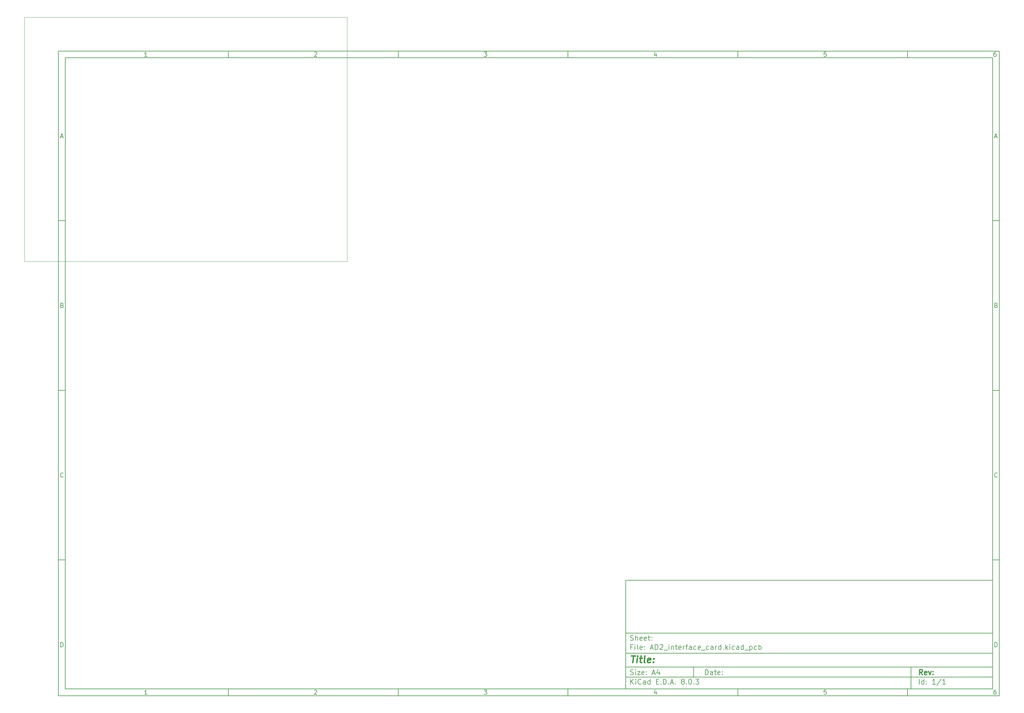
<source format=gbr>
%TF.GenerationSoftware,KiCad,Pcbnew,8.0.3*%
%TF.CreationDate,2024-12-12T12:19:01+09:00*%
%TF.ProjectId,AD2_interface_card,4144325f-696e-4746-9572-666163655f63,rev?*%
%TF.SameCoordinates,Original*%
%TF.FileFunction,Profile,NP*%
%FSLAX46Y46*%
G04 Gerber Fmt 4.6, Leading zero omitted, Abs format (unit mm)*
G04 Created by KiCad (PCBNEW 8.0.3) date 2024-12-12 12:19:01*
%MOMM*%
%LPD*%
G01*
G04 APERTURE LIST*
%ADD10C,0.100000*%
%ADD11C,0.150000*%
%ADD12C,0.300000*%
%ADD13C,0.400000*%
%TA.AperFunction,Profile*%
%ADD14C,0.100000*%
%TD*%
G04 APERTURE END LIST*
D10*
D11*
X177002200Y-166007200D02*
X285002200Y-166007200D01*
X285002200Y-198007200D01*
X177002200Y-198007200D01*
X177002200Y-166007200D01*
D10*
D11*
X10000000Y-10000000D02*
X287002200Y-10000000D01*
X287002200Y-200007200D01*
X10000000Y-200007200D01*
X10000000Y-10000000D01*
D10*
D11*
X12000000Y-12000000D02*
X285002200Y-12000000D01*
X285002200Y-198007200D01*
X12000000Y-198007200D01*
X12000000Y-12000000D01*
D10*
D11*
X60000000Y-12000000D02*
X60000000Y-10000000D01*
D10*
D11*
X110000000Y-12000000D02*
X110000000Y-10000000D01*
D10*
D11*
X160000000Y-12000000D02*
X160000000Y-10000000D01*
D10*
D11*
X210000000Y-12000000D02*
X210000000Y-10000000D01*
D10*
D11*
X260000000Y-12000000D02*
X260000000Y-10000000D01*
D10*
D11*
X36089160Y-11593604D02*
X35346303Y-11593604D01*
X35717731Y-11593604D02*
X35717731Y-10293604D01*
X35717731Y-10293604D02*
X35593922Y-10479319D01*
X35593922Y-10479319D02*
X35470112Y-10603128D01*
X35470112Y-10603128D02*
X35346303Y-10665033D01*
D10*
D11*
X85346303Y-10417414D02*
X85408207Y-10355509D01*
X85408207Y-10355509D02*
X85532017Y-10293604D01*
X85532017Y-10293604D02*
X85841541Y-10293604D01*
X85841541Y-10293604D02*
X85965350Y-10355509D01*
X85965350Y-10355509D02*
X86027255Y-10417414D01*
X86027255Y-10417414D02*
X86089160Y-10541223D01*
X86089160Y-10541223D02*
X86089160Y-10665033D01*
X86089160Y-10665033D02*
X86027255Y-10850747D01*
X86027255Y-10850747D02*
X85284398Y-11593604D01*
X85284398Y-11593604D02*
X86089160Y-11593604D01*
D10*
D11*
X135284398Y-10293604D02*
X136089160Y-10293604D01*
X136089160Y-10293604D02*
X135655826Y-10788842D01*
X135655826Y-10788842D02*
X135841541Y-10788842D01*
X135841541Y-10788842D02*
X135965350Y-10850747D01*
X135965350Y-10850747D02*
X136027255Y-10912652D01*
X136027255Y-10912652D02*
X136089160Y-11036461D01*
X136089160Y-11036461D02*
X136089160Y-11345985D01*
X136089160Y-11345985D02*
X136027255Y-11469795D01*
X136027255Y-11469795D02*
X135965350Y-11531700D01*
X135965350Y-11531700D02*
X135841541Y-11593604D01*
X135841541Y-11593604D02*
X135470112Y-11593604D01*
X135470112Y-11593604D02*
X135346303Y-11531700D01*
X135346303Y-11531700D02*
X135284398Y-11469795D01*
D10*
D11*
X185965350Y-10726938D02*
X185965350Y-11593604D01*
X185655826Y-10231700D02*
X185346303Y-11160271D01*
X185346303Y-11160271D02*
X186151064Y-11160271D01*
D10*
D11*
X236027255Y-10293604D02*
X235408207Y-10293604D01*
X235408207Y-10293604D02*
X235346303Y-10912652D01*
X235346303Y-10912652D02*
X235408207Y-10850747D01*
X235408207Y-10850747D02*
X235532017Y-10788842D01*
X235532017Y-10788842D02*
X235841541Y-10788842D01*
X235841541Y-10788842D02*
X235965350Y-10850747D01*
X235965350Y-10850747D02*
X236027255Y-10912652D01*
X236027255Y-10912652D02*
X236089160Y-11036461D01*
X236089160Y-11036461D02*
X236089160Y-11345985D01*
X236089160Y-11345985D02*
X236027255Y-11469795D01*
X236027255Y-11469795D02*
X235965350Y-11531700D01*
X235965350Y-11531700D02*
X235841541Y-11593604D01*
X235841541Y-11593604D02*
X235532017Y-11593604D01*
X235532017Y-11593604D02*
X235408207Y-11531700D01*
X235408207Y-11531700D02*
X235346303Y-11469795D01*
D10*
D11*
X285965350Y-10293604D02*
X285717731Y-10293604D01*
X285717731Y-10293604D02*
X285593922Y-10355509D01*
X285593922Y-10355509D02*
X285532017Y-10417414D01*
X285532017Y-10417414D02*
X285408207Y-10603128D01*
X285408207Y-10603128D02*
X285346303Y-10850747D01*
X285346303Y-10850747D02*
X285346303Y-11345985D01*
X285346303Y-11345985D02*
X285408207Y-11469795D01*
X285408207Y-11469795D02*
X285470112Y-11531700D01*
X285470112Y-11531700D02*
X285593922Y-11593604D01*
X285593922Y-11593604D02*
X285841541Y-11593604D01*
X285841541Y-11593604D02*
X285965350Y-11531700D01*
X285965350Y-11531700D02*
X286027255Y-11469795D01*
X286027255Y-11469795D02*
X286089160Y-11345985D01*
X286089160Y-11345985D02*
X286089160Y-11036461D01*
X286089160Y-11036461D02*
X286027255Y-10912652D01*
X286027255Y-10912652D02*
X285965350Y-10850747D01*
X285965350Y-10850747D02*
X285841541Y-10788842D01*
X285841541Y-10788842D02*
X285593922Y-10788842D01*
X285593922Y-10788842D02*
X285470112Y-10850747D01*
X285470112Y-10850747D02*
X285408207Y-10912652D01*
X285408207Y-10912652D02*
X285346303Y-11036461D01*
D10*
D11*
X60000000Y-198007200D02*
X60000000Y-200007200D01*
D10*
D11*
X110000000Y-198007200D02*
X110000000Y-200007200D01*
D10*
D11*
X160000000Y-198007200D02*
X160000000Y-200007200D01*
D10*
D11*
X210000000Y-198007200D02*
X210000000Y-200007200D01*
D10*
D11*
X260000000Y-198007200D02*
X260000000Y-200007200D01*
D10*
D11*
X36089160Y-199600804D02*
X35346303Y-199600804D01*
X35717731Y-199600804D02*
X35717731Y-198300804D01*
X35717731Y-198300804D02*
X35593922Y-198486519D01*
X35593922Y-198486519D02*
X35470112Y-198610328D01*
X35470112Y-198610328D02*
X35346303Y-198672233D01*
D10*
D11*
X85346303Y-198424614D02*
X85408207Y-198362709D01*
X85408207Y-198362709D02*
X85532017Y-198300804D01*
X85532017Y-198300804D02*
X85841541Y-198300804D01*
X85841541Y-198300804D02*
X85965350Y-198362709D01*
X85965350Y-198362709D02*
X86027255Y-198424614D01*
X86027255Y-198424614D02*
X86089160Y-198548423D01*
X86089160Y-198548423D02*
X86089160Y-198672233D01*
X86089160Y-198672233D02*
X86027255Y-198857947D01*
X86027255Y-198857947D02*
X85284398Y-199600804D01*
X85284398Y-199600804D02*
X86089160Y-199600804D01*
D10*
D11*
X135284398Y-198300804D02*
X136089160Y-198300804D01*
X136089160Y-198300804D02*
X135655826Y-198796042D01*
X135655826Y-198796042D02*
X135841541Y-198796042D01*
X135841541Y-198796042D02*
X135965350Y-198857947D01*
X135965350Y-198857947D02*
X136027255Y-198919852D01*
X136027255Y-198919852D02*
X136089160Y-199043661D01*
X136089160Y-199043661D02*
X136089160Y-199353185D01*
X136089160Y-199353185D02*
X136027255Y-199476995D01*
X136027255Y-199476995D02*
X135965350Y-199538900D01*
X135965350Y-199538900D02*
X135841541Y-199600804D01*
X135841541Y-199600804D02*
X135470112Y-199600804D01*
X135470112Y-199600804D02*
X135346303Y-199538900D01*
X135346303Y-199538900D02*
X135284398Y-199476995D01*
D10*
D11*
X185965350Y-198734138D02*
X185965350Y-199600804D01*
X185655826Y-198238900D02*
X185346303Y-199167471D01*
X185346303Y-199167471D02*
X186151064Y-199167471D01*
D10*
D11*
X236027255Y-198300804D02*
X235408207Y-198300804D01*
X235408207Y-198300804D02*
X235346303Y-198919852D01*
X235346303Y-198919852D02*
X235408207Y-198857947D01*
X235408207Y-198857947D02*
X235532017Y-198796042D01*
X235532017Y-198796042D02*
X235841541Y-198796042D01*
X235841541Y-198796042D02*
X235965350Y-198857947D01*
X235965350Y-198857947D02*
X236027255Y-198919852D01*
X236027255Y-198919852D02*
X236089160Y-199043661D01*
X236089160Y-199043661D02*
X236089160Y-199353185D01*
X236089160Y-199353185D02*
X236027255Y-199476995D01*
X236027255Y-199476995D02*
X235965350Y-199538900D01*
X235965350Y-199538900D02*
X235841541Y-199600804D01*
X235841541Y-199600804D02*
X235532017Y-199600804D01*
X235532017Y-199600804D02*
X235408207Y-199538900D01*
X235408207Y-199538900D02*
X235346303Y-199476995D01*
D10*
D11*
X285965350Y-198300804D02*
X285717731Y-198300804D01*
X285717731Y-198300804D02*
X285593922Y-198362709D01*
X285593922Y-198362709D02*
X285532017Y-198424614D01*
X285532017Y-198424614D02*
X285408207Y-198610328D01*
X285408207Y-198610328D02*
X285346303Y-198857947D01*
X285346303Y-198857947D02*
X285346303Y-199353185D01*
X285346303Y-199353185D02*
X285408207Y-199476995D01*
X285408207Y-199476995D02*
X285470112Y-199538900D01*
X285470112Y-199538900D02*
X285593922Y-199600804D01*
X285593922Y-199600804D02*
X285841541Y-199600804D01*
X285841541Y-199600804D02*
X285965350Y-199538900D01*
X285965350Y-199538900D02*
X286027255Y-199476995D01*
X286027255Y-199476995D02*
X286089160Y-199353185D01*
X286089160Y-199353185D02*
X286089160Y-199043661D01*
X286089160Y-199043661D02*
X286027255Y-198919852D01*
X286027255Y-198919852D02*
X285965350Y-198857947D01*
X285965350Y-198857947D02*
X285841541Y-198796042D01*
X285841541Y-198796042D02*
X285593922Y-198796042D01*
X285593922Y-198796042D02*
X285470112Y-198857947D01*
X285470112Y-198857947D02*
X285408207Y-198919852D01*
X285408207Y-198919852D02*
X285346303Y-199043661D01*
D10*
D11*
X10000000Y-60000000D02*
X12000000Y-60000000D01*
D10*
D11*
X10000000Y-110000000D02*
X12000000Y-110000000D01*
D10*
D11*
X10000000Y-160000000D02*
X12000000Y-160000000D01*
D10*
D11*
X10690476Y-35222176D02*
X11309523Y-35222176D01*
X10566666Y-35593604D02*
X10999999Y-34293604D01*
X10999999Y-34293604D02*
X11433333Y-35593604D01*
D10*
D11*
X11092857Y-84912652D02*
X11278571Y-84974557D01*
X11278571Y-84974557D02*
X11340476Y-85036461D01*
X11340476Y-85036461D02*
X11402380Y-85160271D01*
X11402380Y-85160271D02*
X11402380Y-85345985D01*
X11402380Y-85345985D02*
X11340476Y-85469795D01*
X11340476Y-85469795D02*
X11278571Y-85531700D01*
X11278571Y-85531700D02*
X11154761Y-85593604D01*
X11154761Y-85593604D02*
X10659523Y-85593604D01*
X10659523Y-85593604D02*
X10659523Y-84293604D01*
X10659523Y-84293604D02*
X11092857Y-84293604D01*
X11092857Y-84293604D02*
X11216666Y-84355509D01*
X11216666Y-84355509D02*
X11278571Y-84417414D01*
X11278571Y-84417414D02*
X11340476Y-84541223D01*
X11340476Y-84541223D02*
X11340476Y-84665033D01*
X11340476Y-84665033D02*
X11278571Y-84788842D01*
X11278571Y-84788842D02*
X11216666Y-84850747D01*
X11216666Y-84850747D02*
X11092857Y-84912652D01*
X11092857Y-84912652D02*
X10659523Y-84912652D01*
D10*
D11*
X11402380Y-135469795D02*
X11340476Y-135531700D01*
X11340476Y-135531700D02*
X11154761Y-135593604D01*
X11154761Y-135593604D02*
X11030952Y-135593604D01*
X11030952Y-135593604D02*
X10845238Y-135531700D01*
X10845238Y-135531700D02*
X10721428Y-135407890D01*
X10721428Y-135407890D02*
X10659523Y-135284080D01*
X10659523Y-135284080D02*
X10597619Y-135036461D01*
X10597619Y-135036461D02*
X10597619Y-134850747D01*
X10597619Y-134850747D02*
X10659523Y-134603128D01*
X10659523Y-134603128D02*
X10721428Y-134479319D01*
X10721428Y-134479319D02*
X10845238Y-134355509D01*
X10845238Y-134355509D02*
X11030952Y-134293604D01*
X11030952Y-134293604D02*
X11154761Y-134293604D01*
X11154761Y-134293604D02*
X11340476Y-134355509D01*
X11340476Y-134355509D02*
X11402380Y-134417414D01*
D10*
D11*
X10659523Y-185593604D02*
X10659523Y-184293604D01*
X10659523Y-184293604D02*
X10969047Y-184293604D01*
X10969047Y-184293604D02*
X11154761Y-184355509D01*
X11154761Y-184355509D02*
X11278571Y-184479319D01*
X11278571Y-184479319D02*
X11340476Y-184603128D01*
X11340476Y-184603128D02*
X11402380Y-184850747D01*
X11402380Y-184850747D02*
X11402380Y-185036461D01*
X11402380Y-185036461D02*
X11340476Y-185284080D01*
X11340476Y-185284080D02*
X11278571Y-185407890D01*
X11278571Y-185407890D02*
X11154761Y-185531700D01*
X11154761Y-185531700D02*
X10969047Y-185593604D01*
X10969047Y-185593604D02*
X10659523Y-185593604D01*
D10*
D11*
X287002200Y-60000000D02*
X285002200Y-60000000D01*
D10*
D11*
X287002200Y-110000000D02*
X285002200Y-110000000D01*
D10*
D11*
X287002200Y-160000000D02*
X285002200Y-160000000D01*
D10*
D11*
X285692676Y-35222176D02*
X286311723Y-35222176D01*
X285568866Y-35593604D02*
X286002199Y-34293604D01*
X286002199Y-34293604D02*
X286435533Y-35593604D01*
D10*
D11*
X286095057Y-84912652D02*
X286280771Y-84974557D01*
X286280771Y-84974557D02*
X286342676Y-85036461D01*
X286342676Y-85036461D02*
X286404580Y-85160271D01*
X286404580Y-85160271D02*
X286404580Y-85345985D01*
X286404580Y-85345985D02*
X286342676Y-85469795D01*
X286342676Y-85469795D02*
X286280771Y-85531700D01*
X286280771Y-85531700D02*
X286156961Y-85593604D01*
X286156961Y-85593604D02*
X285661723Y-85593604D01*
X285661723Y-85593604D02*
X285661723Y-84293604D01*
X285661723Y-84293604D02*
X286095057Y-84293604D01*
X286095057Y-84293604D02*
X286218866Y-84355509D01*
X286218866Y-84355509D02*
X286280771Y-84417414D01*
X286280771Y-84417414D02*
X286342676Y-84541223D01*
X286342676Y-84541223D02*
X286342676Y-84665033D01*
X286342676Y-84665033D02*
X286280771Y-84788842D01*
X286280771Y-84788842D02*
X286218866Y-84850747D01*
X286218866Y-84850747D02*
X286095057Y-84912652D01*
X286095057Y-84912652D02*
X285661723Y-84912652D01*
D10*
D11*
X286404580Y-135469795D02*
X286342676Y-135531700D01*
X286342676Y-135531700D02*
X286156961Y-135593604D01*
X286156961Y-135593604D02*
X286033152Y-135593604D01*
X286033152Y-135593604D02*
X285847438Y-135531700D01*
X285847438Y-135531700D02*
X285723628Y-135407890D01*
X285723628Y-135407890D02*
X285661723Y-135284080D01*
X285661723Y-135284080D02*
X285599819Y-135036461D01*
X285599819Y-135036461D02*
X285599819Y-134850747D01*
X285599819Y-134850747D02*
X285661723Y-134603128D01*
X285661723Y-134603128D02*
X285723628Y-134479319D01*
X285723628Y-134479319D02*
X285847438Y-134355509D01*
X285847438Y-134355509D02*
X286033152Y-134293604D01*
X286033152Y-134293604D02*
X286156961Y-134293604D01*
X286156961Y-134293604D02*
X286342676Y-134355509D01*
X286342676Y-134355509D02*
X286404580Y-134417414D01*
D10*
D11*
X285661723Y-185593604D02*
X285661723Y-184293604D01*
X285661723Y-184293604D02*
X285971247Y-184293604D01*
X285971247Y-184293604D02*
X286156961Y-184355509D01*
X286156961Y-184355509D02*
X286280771Y-184479319D01*
X286280771Y-184479319D02*
X286342676Y-184603128D01*
X286342676Y-184603128D02*
X286404580Y-184850747D01*
X286404580Y-184850747D02*
X286404580Y-185036461D01*
X286404580Y-185036461D02*
X286342676Y-185284080D01*
X286342676Y-185284080D02*
X286280771Y-185407890D01*
X286280771Y-185407890D02*
X286156961Y-185531700D01*
X286156961Y-185531700D02*
X285971247Y-185593604D01*
X285971247Y-185593604D02*
X285661723Y-185593604D01*
D10*
D11*
X200458026Y-193793328D02*
X200458026Y-192293328D01*
X200458026Y-192293328D02*
X200815169Y-192293328D01*
X200815169Y-192293328D02*
X201029455Y-192364757D01*
X201029455Y-192364757D02*
X201172312Y-192507614D01*
X201172312Y-192507614D02*
X201243741Y-192650471D01*
X201243741Y-192650471D02*
X201315169Y-192936185D01*
X201315169Y-192936185D02*
X201315169Y-193150471D01*
X201315169Y-193150471D02*
X201243741Y-193436185D01*
X201243741Y-193436185D02*
X201172312Y-193579042D01*
X201172312Y-193579042D02*
X201029455Y-193721900D01*
X201029455Y-193721900D02*
X200815169Y-193793328D01*
X200815169Y-193793328D02*
X200458026Y-193793328D01*
X202600884Y-193793328D02*
X202600884Y-193007614D01*
X202600884Y-193007614D02*
X202529455Y-192864757D01*
X202529455Y-192864757D02*
X202386598Y-192793328D01*
X202386598Y-192793328D02*
X202100884Y-192793328D01*
X202100884Y-192793328D02*
X201958026Y-192864757D01*
X202600884Y-193721900D02*
X202458026Y-193793328D01*
X202458026Y-193793328D02*
X202100884Y-193793328D01*
X202100884Y-193793328D02*
X201958026Y-193721900D01*
X201958026Y-193721900D02*
X201886598Y-193579042D01*
X201886598Y-193579042D02*
X201886598Y-193436185D01*
X201886598Y-193436185D02*
X201958026Y-193293328D01*
X201958026Y-193293328D02*
X202100884Y-193221900D01*
X202100884Y-193221900D02*
X202458026Y-193221900D01*
X202458026Y-193221900D02*
X202600884Y-193150471D01*
X203100884Y-192793328D02*
X203672312Y-192793328D01*
X203315169Y-192293328D02*
X203315169Y-193579042D01*
X203315169Y-193579042D02*
X203386598Y-193721900D01*
X203386598Y-193721900D02*
X203529455Y-193793328D01*
X203529455Y-193793328D02*
X203672312Y-193793328D01*
X204743741Y-193721900D02*
X204600884Y-193793328D01*
X204600884Y-193793328D02*
X204315170Y-193793328D01*
X204315170Y-193793328D02*
X204172312Y-193721900D01*
X204172312Y-193721900D02*
X204100884Y-193579042D01*
X204100884Y-193579042D02*
X204100884Y-193007614D01*
X204100884Y-193007614D02*
X204172312Y-192864757D01*
X204172312Y-192864757D02*
X204315170Y-192793328D01*
X204315170Y-192793328D02*
X204600884Y-192793328D01*
X204600884Y-192793328D02*
X204743741Y-192864757D01*
X204743741Y-192864757D02*
X204815170Y-193007614D01*
X204815170Y-193007614D02*
X204815170Y-193150471D01*
X204815170Y-193150471D02*
X204100884Y-193293328D01*
X205458026Y-193650471D02*
X205529455Y-193721900D01*
X205529455Y-193721900D02*
X205458026Y-193793328D01*
X205458026Y-193793328D02*
X205386598Y-193721900D01*
X205386598Y-193721900D02*
X205458026Y-193650471D01*
X205458026Y-193650471D02*
X205458026Y-193793328D01*
X205458026Y-192864757D02*
X205529455Y-192936185D01*
X205529455Y-192936185D02*
X205458026Y-193007614D01*
X205458026Y-193007614D02*
X205386598Y-192936185D01*
X205386598Y-192936185D02*
X205458026Y-192864757D01*
X205458026Y-192864757D02*
X205458026Y-193007614D01*
D10*
D11*
X177002200Y-194507200D02*
X285002200Y-194507200D01*
D10*
D11*
X178458026Y-196593328D02*
X178458026Y-195093328D01*
X179315169Y-196593328D02*
X178672312Y-195736185D01*
X179315169Y-195093328D02*
X178458026Y-195950471D01*
X179958026Y-196593328D02*
X179958026Y-195593328D01*
X179958026Y-195093328D02*
X179886598Y-195164757D01*
X179886598Y-195164757D02*
X179958026Y-195236185D01*
X179958026Y-195236185D02*
X180029455Y-195164757D01*
X180029455Y-195164757D02*
X179958026Y-195093328D01*
X179958026Y-195093328D02*
X179958026Y-195236185D01*
X181529455Y-196450471D02*
X181458027Y-196521900D01*
X181458027Y-196521900D02*
X181243741Y-196593328D01*
X181243741Y-196593328D02*
X181100884Y-196593328D01*
X181100884Y-196593328D02*
X180886598Y-196521900D01*
X180886598Y-196521900D02*
X180743741Y-196379042D01*
X180743741Y-196379042D02*
X180672312Y-196236185D01*
X180672312Y-196236185D02*
X180600884Y-195950471D01*
X180600884Y-195950471D02*
X180600884Y-195736185D01*
X180600884Y-195736185D02*
X180672312Y-195450471D01*
X180672312Y-195450471D02*
X180743741Y-195307614D01*
X180743741Y-195307614D02*
X180886598Y-195164757D01*
X180886598Y-195164757D02*
X181100884Y-195093328D01*
X181100884Y-195093328D02*
X181243741Y-195093328D01*
X181243741Y-195093328D02*
X181458027Y-195164757D01*
X181458027Y-195164757D02*
X181529455Y-195236185D01*
X182815170Y-196593328D02*
X182815170Y-195807614D01*
X182815170Y-195807614D02*
X182743741Y-195664757D01*
X182743741Y-195664757D02*
X182600884Y-195593328D01*
X182600884Y-195593328D02*
X182315170Y-195593328D01*
X182315170Y-195593328D02*
X182172312Y-195664757D01*
X182815170Y-196521900D02*
X182672312Y-196593328D01*
X182672312Y-196593328D02*
X182315170Y-196593328D01*
X182315170Y-196593328D02*
X182172312Y-196521900D01*
X182172312Y-196521900D02*
X182100884Y-196379042D01*
X182100884Y-196379042D02*
X182100884Y-196236185D01*
X182100884Y-196236185D02*
X182172312Y-196093328D01*
X182172312Y-196093328D02*
X182315170Y-196021900D01*
X182315170Y-196021900D02*
X182672312Y-196021900D01*
X182672312Y-196021900D02*
X182815170Y-195950471D01*
X184172313Y-196593328D02*
X184172313Y-195093328D01*
X184172313Y-196521900D02*
X184029455Y-196593328D01*
X184029455Y-196593328D02*
X183743741Y-196593328D01*
X183743741Y-196593328D02*
X183600884Y-196521900D01*
X183600884Y-196521900D02*
X183529455Y-196450471D01*
X183529455Y-196450471D02*
X183458027Y-196307614D01*
X183458027Y-196307614D02*
X183458027Y-195879042D01*
X183458027Y-195879042D02*
X183529455Y-195736185D01*
X183529455Y-195736185D02*
X183600884Y-195664757D01*
X183600884Y-195664757D02*
X183743741Y-195593328D01*
X183743741Y-195593328D02*
X184029455Y-195593328D01*
X184029455Y-195593328D02*
X184172313Y-195664757D01*
X186029455Y-195807614D02*
X186529455Y-195807614D01*
X186743741Y-196593328D02*
X186029455Y-196593328D01*
X186029455Y-196593328D02*
X186029455Y-195093328D01*
X186029455Y-195093328D02*
X186743741Y-195093328D01*
X187386598Y-196450471D02*
X187458027Y-196521900D01*
X187458027Y-196521900D02*
X187386598Y-196593328D01*
X187386598Y-196593328D02*
X187315170Y-196521900D01*
X187315170Y-196521900D02*
X187386598Y-196450471D01*
X187386598Y-196450471D02*
X187386598Y-196593328D01*
X188100884Y-196593328D02*
X188100884Y-195093328D01*
X188100884Y-195093328D02*
X188458027Y-195093328D01*
X188458027Y-195093328D02*
X188672313Y-195164757D01*
X188672313Y-195164757D02*
X188815170Y-195307614D01*
X188815170Y-195307614D02*
X188886599Y-195450471D01*
X188886599Y-195450471D02*
X188958027Y-195736185D01*
X188958027Y-195736185D02*
X188958027Y-195950471D01*
X188958027Y-195950471D02*
X188886599Y-196236185D01*
X188886599Y-196236185D02*
X188815170Y-196379042D01*
X188815170Y-196379042D02*
X188672313Y-196521900D01*
X188672313Y-196521900D02*
X188458027Y-196593328D01*
X188458027Y-196593328D02*
X188100884Y-196593328D01*
X189600884Y-196450471D02*
X189672313Y-196521900D01*
X189672313Y-196521900D02*
X189600884Y-196593328D01*
X189600884Y-196593328D02*
X189529456Y-196521900D01*
X189529456Y-196521900D02*
X189600884Y-196450471D01*
X189600884Y-196450471D02*
X189600884Y-196593328D01*
X190243742Y-196164757D02*
X190958028Y-196164757D01*
X190100885Y-196593328D02*
X190600885Y-195093328D01*
X190600885Y-195093328D02*
X191100885Y-196593328D01*
X191600884Y-196450471D02*
X191672313Y-196521900D01*
X191672313Y-196521900D02*
X191600884Y-196593328D01*
X191600884Y-196593328D02*
X191529456Y-196521900D01*
X191529456Y-196521900D02*
X191600884Y-196450471D01*
X191600884Y-196450471D02*
X191600884Y-196593328D01*
X193672313Y-195736185D02*
X193529456Y-195664757D01*
X193529456Y-195664757D02*
X193458027Y-195593328D01*
X193458027Y-195593328D02*
X193386599Y-195450471D01*
X193386599Y-195450471D02*
X193386599Y-195379042D01*
X193386599Y-195379042D02*
X193458027Y-195236185D01*
X193458027Y-195236185D02*
X193529456Y-195164757D01*
X193529456Y-195164757D02*
X193672313Y-195093328D01*
X193672313Y-195093328D02*
X193958027Y-195093328D01*
X193958027Y-195093328D02*
X194100885Y-195164757D01*
X194100885Y-195164757D02*
X194172313Y-195236185D01*
X194172313Y-195236185D02*
X194243742Y-195379042D01*
X194243742Y-195379042D02*
X194243742Y-195450471D01*
X194243742Y-195450471D02*
X194172313Y-195593328D01*
X194172313Y-195593328D02*
X194100885Y-195664757D01*
X194100885Y-195664757D02*
X193958027Y-195736185D01*
X193958027Y-195736185D02*
X193672313Y-195736185D01*
X193672313Y-195736185D02*
X193529456Y-195807614D01*
X193529456Y-195807614D02*
X193458027Y-195879042D01*
X193458027Y-195879042D02*
X193386599Y-196021900D01*
X193386599Y-196021900D02*
X193386599Y-196307614D01*
X193386599Y-196307614D02*
X193458027Y-196450471D01*
X193458027Y-196450471D02*
X193529456Y-196521900D01*
X193529456Y-196521900D02*
X193672313Y-196593328D01*
X193672313Y-196593328D02*
X193958027Y-196593328D01*
X193958027Y-196593328D02*
X194100885Y-196521900D01*
X194100885Y-196521900D02*
X194172313Y-196450471D01*
X194172313Y-196450471D02*
X194243742Y-196307614D01*
X194243742Y-196307614D02*
X194243742Y-196021900D01*
X194243742Y-196021900D02*
X194172313Y-195879042D01*
X194172313Y-195879042D02*
X194100885Y-195807614D01*
X194100885Y-195807614D02*
X193958027Y-195736185D01*
X194886598Y-196450471D02*
X194958027Y-196521900D01*
X194958027Y-196521900D02*
X194886598Y-196593328D01*
X194886598Y-196593328D02*
X194815170Y-196521900D01*
X194815170Y-196521900D02*
X194886598Y-196450471D01*
X194886598Y-196450471D02*
X194886598Y-196593328D01*
X195886599Y-195093328D02*
X196029456Y-195093328D01*
X196029456Y-195093328D02*
X196172313Y-195164757D01*
X196172313Y-195164757D02*
X196243742Y-195236185D01*
X196243742Y-195236185D02*
X196315170Y-195379042D01*
X196315170Y-195379042D02*
X196386599Y-195664757D01*
X196386599Y-195664757D02*
X196386599Y-196021900D01*
X196386599Y-196021900D02*
X196315170Y-196307614D01*
X196315170Y-196307614D02*
X196243742Y-196450471D01*
X196243742Y-196450471D02*
X196172313Y-196521900D01*
X196172313Y-196521900D02*
X196029456Y-196593328D01*
X196029456Y-196593328D02*
X195886599Y-196593328D01*
X195886599Y-196593328D02*
X195743742Y-196521900D01*
X195743742Y-196521900D02*
X195672313Y-196450471D01*
X195672313Y-196450471D02*
X195600884Y-196307614D01*
X195600884Y-196307614D02*
X195529456Y-196021900D01*
X195529456Y-196021900D02*
X195529456Y-195664757D01*
X195529456Y-195664757D02*
X195600884Y-195379042D01*
X195600884Y-195379042D02*
X195672313Y-195236185D01*
X195672313Y-195236185D02*
X195743742Y-195164757D01*
X195743742Y-195164757D02*
X195886599Y-195093328D01*
X197029455Y-196450471D02*
X197100884Y-196521900D01*
X197100884Y-196521900D02*
X197029455Y-196593328D01*
X197029455Y-196593328D02*
X196958027Y-196521900D01*
X196958027Y-196521900D02*
X197029455Y-196450471D01*
X197029455Y-196450471D02*
X197029455Y-196593328D01*
X197600884Y-195093328D02*
X198529456Y-195093328D01*
X198529456Y-195093328D02*
X198029456Y-195664757D01*
X198029456Y-195664757D02*
X198243741Y-195664757D01*
X198243741Y-195664757D02*
X198386599Y-195736185D01*
X198386599Y-195736185D02*
X198458027Y-195807614D01*
X198458027Y-195807614D02*
X198529456Y-195950471D01*
X198529456Y-195950471D02*
X198529456Y-196307614D01*
X198529456Y-196307614D02*
X198458027Y-196450471D01*
X198458027Y-196450471D02*
X198386599Y-196521900D01*
X198386599Y-196521900D02*
X198243741Y-196593328D01*
X198243741Y-196593328D02*
X197815170Y-196593328D01*
X197815170Y-196593328D02*
X197672313Y-196521900D01*
X197672313Y-196521900D02*
X197600884Y-196450471D01*
D10*
D11*
X177002200Y-191507200D02*
X285002200Y-191507200D01*
D10*
D12*
X264413853Y-193785528D02*
X263913853Y-193071242D01*
X263556710Y-193785528D02*
X263556710Y-192285528D01*
X263556710Y-192285528D02*
X264128139Y-192285528D01*
X264128139Y-192285528D02*
X264270996Y-192356957D01*
X264270996Y-192356957D02*
X264342425Y-192428385D01*
X264342425Y-192428385D02*
X264413853Y-192571242D01*
X264413853Y-192571242D02*
X264413853Y-192785528D01*
X264413853Y-192785528D02*
X264342425Y-192928385D01*
X264342425Y-192928385D02*
X264270996Y-192999814D01*
X264270996Y-192999814D02*
X264128139Y-193071242D01*
X264128139Y-193071242D02*
X263556710Y-193071242D01*
X265628139Y-193714100D02*
X265485282Y-193785528D01*
X265485282Y-193785528D02*
X265199568Y-193785528D01*
X265199568Y-193785528D02*
X265056710Y-193714100D01*
X265056710Y-193714100D02*
X264985282Y-193571242D01*
X264985282Y-193571242D02*
X264985282Y-192999814D01*
X264985282Y-192999814D02*
X265056710Y-192856957D01*
X265056710Y-192856957D02*
X265199568Y-192785528D01*
X265199568Y-192785528D02*
X265485282Y-192785528D01*
X265485282Y-192785528D02*
X265628139Y-192856957D01*
X265628139Y-192856957D02*
X265699568Y-192999814D01*
X265699568Y-192999814D02*
X265699568Y-193142671D01*
X265699568Y-193142671D02*
X264985282Y-193285528D01*
X266199567Y-192785528D02*
X266556710Y-193785528D01*
X266556710Y-193785528D02*
X266913853Y-192785528D01*
X267485281Y-193642671D02*
X267556710Y-193714100D01*
X267556710Y-193714100D02*
X267485281Y-193785528D01*
X267485281Y-193785528D02*
X267413853Y-193714100D01*
X267413853Y-193714100D02*
X267485281Y-193642671D01*
X267485281Y-193642671D02*
X267485281Y-193785528D01*
X267485281Y-192856957D02*
X267556710Y-192928385D01*
X267556710Y-192928385D02*
X267485281Y-192999814D01*
X267485281Y-192999814D02*
X267413853Y-192928385D01*
X267413853Y-192928385D02*
X267485281Y-192856957D01*
X267485281Y-192856957D02*
X267485281Y-192999814D01*
D10*
D11*
X178386598Y-193721900D02*
X178600884Y-193793328D01*
X178600884Y-193793328D02*
X178958026Y-193793328D01*
X178958026Y-193793328D02*
X179100884Y-193721900D01*
X179100884Y-193721900D02*
X179172312Y-193650471D01*
X179172312Y-193650471D02*
X179243741Y-193507614D01*
X179243741Y-193507614D02*
X179243741Y-193364757D01*
X179243741Y-193364757D02*
X179172312Y-193221900D01*
X179172312Y-193221900D02*
X179100884Y-193150471D01*
X179100884Y-193150471D02*
X178958026Y-193079042D01*
X178958026Y-193079042D02*
X178672312Y-193007614D01*
X178672312Y-193007614D02*
X178529455Y-192936185D01*
X178529455Y-192936185D02*
X178458026Y-192864757D01*
X178458026Y-192864757D02*
X178386598Y-192721900D01*
X178386598Y-192721900D02*
X178386598Y-192579042D01*
X178386598Y-192579042D02*
X178458026Y-192436185D01*
X178458026Y-192436185D02*
X178529455Y-192364757D01*
X178529455Y-192364757D02*
X178672312Y-192293328D01*
X178672312Y-192293328D02*
X179029455Y-192293328D01*
X179029455Y-192293328D02*
X179243741Y-192364757D01*
X179886597Y-193793328D02*
X179886597Y-192793328D01*
X179886597Y-192293328D02*
X179815169Y-192364757D01*
X179815169Y-192364757D02*
X179886597Y-192436185D01*
X179886597Y-192436185D02*
X179958026Y-192364757D01*
X179958026Y-192364757D02*
X179886597Y-192293328D01*
X179886597Y-192293328D02*
X179886597Y-192436185D01*
X180458026Y-192793328D02*
X181243741Y-192793328D01*
X181243741Y-192793328D02*
X180458026Y-193793328D01*
X180458026Y-193793328D02*
X181243741Y-193793328D01*
X182386598Y-193721900D02*
X182243741Y-193793328D01*
X182243741Y-193793328D02*
X181958027Y-193793328D01*
X181958027Y-193793328D02*
X181815169Y-193721900D01*
X181815169Y-193721900D02*
X181743741Y-193579042D01*
X181743741Y-193579042D02*
X181743741Y-193007614D01*
X181743741Y-193007614D02*
X181815169Y-192864757D01*
X181815169Y-192864757D02*
X181958027Y-192793328D01*
X181958027Y-192793328D02*
X182243741Y-192793328D01*
X182243741Y-192793328D02*
X182386598Y-192864757D01*
X182386598Y-192864757D02*
X182458027Y-193007614D01*
X182458027Y-193007614D02*
X182458027Y-193150471D01*
X182458027Y-193150471D02*
X181743741Y-193293328D01*
X183100883Y-193650471D02*
X183172312Y-193721900D01*
X183172312Y-193721900D02*
X183100883Y-193793328D01*
X183100883Y-193793328D02*
X183029455Y-193721900D01*
X183029455Y-193721900D02*
X183100883Y-193650471D01*
X183100883Y-193650471D02*
X183100883Y-193793328D01*
X183100883Y-192864757D02*
X183172312Y-192936185D01*
X183172312Y-192936185D02*
X183100883Y-193007614D01*
X183100883Y-193007614D02*
X183029455Y-192936185D01*
X183029455Y-192936185D02*
X183100883Y-192864757D01*
X183100883Y-192864757D02*
X183100883Y-193007614D01*
X184886598Y-193364757D02*
X185600884Y-193364757D01*
X184743741Y-193793328D02*
X185243741Y-192293328D01*
X185243741Y-192293328D02*
X185743741Y-193793328D01*
X186886598Y-192793328D02*
X186886598Y-193793328D01*
X186529455Y-192221900D02*
X186172312Y-193293328D01*
X186172312Y-193293328D02*
X187100883Y-193293328D01*
D10*
D11*
X263458026Y-196593328D02*
X263458026Y-195093328D01*
X264815170Y-196593328D02*
X264815170Y-195093328D01*
X264815170Y-196521900D02*
X264672312Y-196593328D01*
X264672312Y-196593328D02*
X264386598Y-196593328D01*
X264386598Y-196593328D02*
X264243741Y-196521900D01*
X264243741Y-196521900D02*
X264172312Y-196450471D01*
X264172312Y-196450471D02*
X264100884Y-196307614D01*
X264100884Y-196307614D02*
X264100884Y-195879042D01*
X264100884Y-195879042D02*
X264172312Y-195736185D01*
X264172312Y-195736185D02*
X264243741Y-195664757D01*
X264243741Y-195664757D02*
X264386598Y-195593328D01*
X264386598Y-195593328D02*
X264672312Y-195593328D01*
X264672312Y-195593328D02*
X264815170Y-195664757D01*
X265529455Y-196450471D02*
X265600884Y-196521900D01*
X265600884Y-196521900D02*
X265529455Y-196593328D01*
X265529455Y-196593328D02*
X265458027Y-196521900D01*
X265458027Y-196521900D02*
X265529455Y-196450471D01*
X265529455Y-196450471D02*
X265529455Y-196593328D01*
X265529455Y-195664757D02*
X265600884Y-195736185D01*
X265600884Y-195736185D02*
X265529455Y-195807614D01*
X265529455Y-195807614D02*
X265458027Y-195736185D01*
X265458027Y-195736185D02*
X265529455Y-195664757D01*
X265529455Y-195664757D02*
X265529455Y-195807614D01*
X268172313Y-196593328D02*
X267315170Y-196593328D01*
X267743741Y-196593328D02*
X267743741Y-195093328D01*
X267743741Y-195093328D02*
X267600884Y-195307614D01*
X267600884Y-195307614D02*
X267458027Y-195450471D01*
X267458027Y-195450471D02*
X267315170Y-195521900D01*
X269886598Y-195021900D02*
X268600884Y-196950471D01*
X271172313Y-196593328D02*
X270315170Y-196593328D01*
X270743741Y-196593328D02*
X270743741Y-195093328D01*
X270743741Y-195093328D02*
X270600884Y-195307614D01*
X270600884Y-195307614D02*
X270458027Y-195450471D01*
X270458027Y-195450471D02*
X270315170Y-195521900D01*
D10*
D11*
X177002200Y-187507200D02*
X285002200Y-187507200D01*
D10*
D13*
X178693928Y-188211638D02*
X179836785Y-188211638D01*
X179015357Y-190211638D02*
X179265357Y-188211638D01*
X180253452Y-190211638D02*
X180420119Y-188878304D01*
X180503452Y-188211638D02*
X180396309Y-188306876D01*
X180396309Y-188306876D02*
X180479643Y-188402114D01*
X180479643Y-188402114D02*
X180586786Y-188306876D01*
X180586786Y-188306876D02*
X180503452Y-188211638D01*
X180503452Y-188211638D02*
X180479643Y-188402114D01*
X181086786Y-188878304D02*
X181848690Y-188878304D01*
X181455833Y-188211638D02*
X181241548Y-189925923D01*
X181241548Y-189925923D02*
X181312976Y-190116400D01*
X181312976Y-190116400D02*
X181491548Y-190211638D01*
X181491548Y-190211638D02*
X181682024Y-190211638D01*
X182634405Y-190211638D02*
X182455833Y-190116400D01*
X182455833Y-190116400D02*
X182384405Y-189925923D01*
X182384405Y-189925923D02*
X182598690Y-188211638D01*
X184170119Y-190116400D02*
X183967738Y-190211638D01*
X183967738Y-190211638D02*
X183586785Y-190211638D01*
X183586785Y-190211638D02*
X183408214Y-190116400D01*
X183408214Y-190116400D02*
X183336785Y-189925923D01*
X183336785Y-189925923D02*
X183432024Y-189164019D01*
X183432024Y-189164019D02*
X183551071Y-188973542D01*
X183551071Y-188973542D02*
X183753452Y-188878304D01*
X183753452Y-188878304D02*
X184134404Y-188878304D01*
X184134404Y-188878304D02*
X184312976Y-188973542D01*
X184312976Y-188973542D02*
X184384404Y-189164019D01*
X184384404Y-189164019D02*
X184360595Y-189354495D01*
X184360595Y-189354495D02*
X183384404Y-189544971D01*
X185134405Y-190021161D02*
X185217738Y-190116400D01*
X185217738Y-190116400D02*
X185110595Y-190211638D01*
X185110595Y-190211638D02*
X185027262Y-190116400D01*
X185027262Y-190116400D02*
X185134405Y-190021161D01*
X185134405Y-190021161D02*
X185110595Y-190211638D01*
X185265357Y-188973542D02*
X185348690Y-189068780D01*
X185348690Y-189068780D02*
X185241548Y-189164019D01*
X185241548Y-189164019D02*
X185158214Y-189068780D01*
X185158214Y-189068780D02*
X185265357Y-188973542D01*
X185265357Y-188973542D02*
X185241548Y-189164019D01*
D10*
D11*
X178958026Y-185607614D02*
X178458026Y-185607614D01*
X178458026Y-186393328D02*
X178458026Y-184893328D01*
X178458026Y-184893328D02*
X179172312Y-184893328D01*
X179743740Y-186393328D02*
X179743740Y-185393328D01*
X179743740Y-184893328D02*
X179672312Y-184964757D01*
X179672312Y-184964757D02*
X179743740Y-185036185D01*
X179743740Y-185036185D02*
X179815169Y-184964757D01*
X179815169Y-184964757D02*
X179743740Y-184893328D01*
X179743740Y-184893328D02*
X179743740Y-185036185D01*
X180672312Y-186393328D02*
X180529455Y-186321900D01*
X180529455Y-186321900D02*
X180458026Y-186179042D01*
X180458026Y-186179042D02*
X180458026Y-184893328D01*
X181815169Y-186321900D02*
X181672312Y-186393328D01*
X181672312Y-186393328D02*
X181386598Y-186393328D01*
X181386598Y-186393328D02*
X181243740Y-186321900D01*
X181243740Y-186321900D02*
X181172312Y-186179042D01*
X181172312Y-186179042D02*
X181172312Y-185607614D01*
X181172312Y-185607614D02*
X181243740Y-185464757D01*
X181243740Y-185464757D02*
X181386598Y-185393328D01*
X181386598Y-185393328D02*
X181672312Y-185393328D01*
X181672312Y-185393328D02*
X181815169Y-185464757D01*
X181815169Y-185464757D02*
X181886598Y-185607614D01*
X181886598Y-185607614D02*
X181886598Y-185750471D01*
X181886598Y-185750471D02*
X181172312Y-185893328D01*
X182529454Y-186250471D02*
X182600883Y-186321900D01*
X182600883Y-186321900D02*
X182529454Y-186393328D01*
X182529454Y-186393328D02*
X182458026Y-186321900D01*
X182458026Y-186321900D02*
X182529454Y-186250471D01*
X182529454Y-186250471D02*
X182529454Y-186393328D01*
X182529454Y-185464757D02*
X182600883Y-185536185D01*
X182600883Y-185536185D02*
X182529454Y-185607614D01*
X182529454Y-185607614D02*
X182458026Y-185536185D01*
X182458026Y-185536185D02*
X182529454Y-185464757D01*
X182529454Y-185464757D02*
X182529454Y-185607614D01*
X184315169Y-185964757D02*
X185029455Y-185964757D01*
X184172312Y-186393328D02*
X184672312Y-184893328D01*
X184672312Y-184893328D02*
X185172312Y-186393328D01*
X185672311Y-186393328D02*
X185672311Y-184893328D01*
X185672311Y-184893328D02*
X186029454Y-184893328D01*
X186029454Y-184893328D02*
X186243740Y-184964757D01*
X186243740Y-184964757D02*
X186386597Y-185107614D01*
X186386597Y-185107614D02*
X186458026Y-185250471D01*
X186458026Y-185250471D02*
X186529454Y-185536185D01*
X186529454Y-185536185D02*
X186529454Y-185750471D01*
X186529454Y-185750471D02*
X186458026Y-186036185D01*
X186458026Y-186036185D02*
X186386597Y-186179042D01*
X186386597Y-186179042D02*
X186243740Y-186321900D01*
X186243740Y-186321900D02*
X186029454Y-186393328D01*
X186029454Y-186393328D02*
X185672311Y-186393328D01*
X187100883Y-185036185D02*
X187172311Y-184964757D01*
X187172311Y-184964757D02*
X187315169Y-184893328D01*
X187315169Y-184893328D02*
X187672311Y-184893328D01*
X187672311Y-184893328D02*
X187815169Y-184964757D01*
X187815169Y-184964757D02*
X187886597Y-185036185D01*
X187886597Y-185036185D02*
X187958026Y-185179042D01*
X187958026Y-185179042D02*
X187958026Y-185321900D01*
X187958026Y-185321900D02*
X187886597Y-185536185D01*
X187886597Y-185536185D02*
X187029454Y-186393328D01*
X187029454Y-186393328D02*
X187958026Y-186393328D01*
X188243740Y-186536185D02*
X189386597Y-186536185D01*
X189743739Y-186393328D02*
X189743739Y-185393328D01*
X189743739Y-184893328D02*
X189672311Y-184964757D01*
X189672311Y-184964757D02*
X189743739Y-185036185D01*
X189743739Y-185036185D02*
X189815168Y-184964757D01*
X189815168Y-184964757D02*
X189743739Y-184893328D01*
X189743739Y-184893328D02*
X189743739Y-185036185D01*
X190458025Y-185393328D02*
X190458025Y-186393328D01*
X190458025Y-185536185D02*
X190529454Y-185464757D01*
X190529454Y-185464757D02*
X190672311Y-185393328D01*
X190672311Y-185393328D02*
X190886597Y-185393328D01*
X190886597Y-185393328D02*
X191029454Y-185464757D01*
X191029454Y-185464757D02*
X191100883Y-185607614D01*
X191100883Y-185607614D02*
X191100883Y-186393328D01*
X191600883Y-185393328D02*
X192172311Y-185393328D01*
X191815168Y-184893328D02*
X191815168Y-186179042D01*
X191815168Y-186179042D02*
X191886597Y-186321900D01*
X191886597Y-186321900D02*
X192029454Y-186393328D01*
X192029454Y-186393328D02*
X192172311Y-186393328D01*
X193243740Y-186321900D02*
X193100883Y-186393328D01*
X193100883Y-186393328D02*
X192815169Y-186393328D01*
X192815169Y-186393328D02*
X192672311Y-186321900D01*
X192672311Y-186321900D02*
X192600883Y-186179042D01*
X192600883Y-186179042D02*
X192600883Y-185607614D01*
X192600883Y-185607614D02*
X192672311Y-185464757D01*
X192672311Y-185464757D02*
X192815169Y-185393328D01*
X192815169Y-185393328D02*
X193100883Y-185393328D01*
X193100883Y-185393328D02*
X193243740Y-185464757D01*
X193243740Y-185464757D02*
X193315169Y-185607614D01*
X193315169Y-185607614D02*
X193315169Y-185750471D01*
X193315169Y-185750471D02*
X192600883Y-185893328D01*
X193958025Y-186393328D02*
X193958025Y-185393328D01*
X193958025Y-185679042D02*
X194029454Y-185536185D01*
X194029454Y-185536185D02*
X194100883Y-185464757D01*
X194100883Y-185464757D02*
X194243740Y-185393328D01*
X194243740Y-185393328D02*
X194386597Y-185393328D01*
X194672311Y-185393328D02*
X195243739Y-185393328D01*
X194886596Y-186393328D02*
X194886596Y-185107614D01*
X194886596Y-185107614D02*
X194958025Y-184964757D01*
X194958025Y-184964757D02*
X195100882Y-184893328D01*
X195100882Y-184893328D02*
X195243739Y-184893328D01*
X196386597Y-186393328D02*
X196386597Y-185607614D01*
X196386597Y-185607614D02*
X196315168Y-185464757D01*
X196315168Y-185464757D02*
X196172311Y-185393328D01*
X196172311Y-185393328D02*
X195886597Y-185393328D01*
X195886597Y-185393328D02*
X195743739Y-185464757D01*
X196386597Y-186321900D02*
X196243739Y-186393328D01*
X196243739Y-186393328D02*
X195886597Y-186393328D01*
X195886597Y-186393328D02*
X195743739Y-186321900D01*
X195743739Y-186321900D02*
X195672311Y-186179042D01*
X195672311Y-186179042D02*
X195672311Y-186036185D01*
X195672311Y-186036185D02*
X195743739Y-185893328D01*
X195743739Y-185893328D02*
X195886597Y-185821900D01*
X195886597Y-185821900D02*
X196243739Y-185821900D01*
X196243739Y-185821900D02*
X196386597Y-185750471D01*
X197743740Y-186321900D02*
X197600882Y-186393328D01*
X197600882Y-186393328D02*
X197315168Y-186393328D01*
X197315168Y-186393328D02*
X197172311Y-186321900D01*
X197172311Y-186321900D02*
X197100882Y-186250471D01*
X197100882Y-186250471D02*
X197029454Y-186107614D01*
X197029454Y-186107614D02*
X197029454Y-185679042D01*
X197029454Y-185679042D02*
X197100882Y-185536185D01*
X197100882Y-185536185D02*
X197172311Y-185464757D01*
X197172311Y-185464757D02*
X197315168Y-185393328D01*
X197315168Y-185393328D02*
X197600882Y-185393328D01*
X197600882Y-185393328D02*
X197743740Y-185464757D01*
X198958025Y-186321900D02*
X198815168Y-186393328D01*
X198815168Y-186393328D02*
X198529454Y-186393328D01*
X198529454Y-186393328D02*
X198386596Y-186321900D01*
X198386596Y-186321900D02*
X198315168Y-186179042D01*
X198315168Y-186179042D02*
X198315168Y-185607614D01*
X198315168Y-185607614D02*
X198386596Y-185464757D01*
X198386596Y-185464757D02*
X198529454Y-185393328D01*
X198529454Y-185393328D02*
X198815168Y-185393328D01*
X198815168Y-185393328D02*
X198958025Y-185464757D01*
X198958025Y-185464757D02*
X199029454Y-185607614D01*
X199029454Y-185607614D02*
X199029454Y-185750471D01*
X199029454Y-185750471D02*
X198315168Y-185893328D01*
X199315168Y-186536185D02*
X200458025Y-186536185D01*
X201458025Y-186321900D02*
X201315167Y-186393328D01*
X201315167Y-186393328D02*
X201029453Y-186393328D01*
X201029453Y-186393328D02*
X200886596Y-186321900D01*
X200886596Y-186321900D02*
X200815167Y-186250471D01*
X200815167Y-186250471D02*
X200743739Y-186107614D01*
X200743739Y-186107614D02*
X200743739Y-185679042D01*
X200743739Y-185679042D02*
X200815167Y-185536185D01*
X200815167Y-185536185D02*
X200886596Y-185464757D01*
X200886596Y-185464757D02*
X201029453Y-185393328D01*
X201029453Y-185393328D02*
X201315167Y-185393328D01*
X201315167Y-185393328D02*
X201458025Y-185464757D01*
X202743739Y-186393328D02*
X202743739Y-185607614D01*
X202743739Y-185607614D02*
X202672310Y-185464757D01*
X202672310Y-185464757D02*
X202529453Y-185393328D01*
X202529453Y-185393328D02*
X202243739Y-185393328D01*
X202243739Y-185393328D02*
X202100881Y-185464757D01*
X202743739Y-186321900D02*
X202600881Y-186393328D01*
X202600881Y-186393328D02*
X202243739Y-186393328D01*
X202243739Y-186393328D02*
X202100881Y-186321900D01*
X202100881Y-186321900D02*
X202029453Y-186179042D01*
X202029453Y-186179042D02*
X202029453Y-186036185D01*
X202029453Y-186036185D02*
X202100881Y-185893328D01*
X202100881Y-185893328D02*
X202243739Y-185821900D01*
X202243739Y-185821900D02*
X202600881Y-185821900D01*
X202600881Y-185821900D02*
X202743739Y-185750471D01*
X203458024Y-186393328D02*
X203458024Y-185393328D01*
X203458024Y-185679042D02*
X203529453Y-185536185D01*
X203529453Y-185536185D02*
X203600882Y-185464757D01*
X203600882Y-185464757D02*
X203743739Y-185393328D01*
X203743739Y-185393328D02*
X203886596Y-185393328D01*
X205029453Y-186393328D02*
X205029453Y-184893328D01*
X205029453Y-186321900D02*
X204886595Y-186393328D01*
X204886595Y-186393328D02*
X204600881Y-186393328D01*
X204600881Y-186393328D02*
X204458024Y-186321900D01*
X204458024Y-186321900D02*
X204386595Y-186250471D01*
X204386595Y-186250471D02*
X204315167Y-186107614D01*
X204315167Y-186107614D02*
X204315167Y-185679042D01*
X204315167Y-185679042D02*
X204386595Y-185536185D01*
X204386595Y-185536185D02*
X204458024Y-185464757D01*
X204458024Y-185464757D02*
X204600881Y-185393328D01*
X204600881Y-185393328D02*
X204886595Y-185393328D01*
X204886595Y-185393328D02*
X205029453Y-185464757D01*
X205743738Y-186250471D02*
X205815167Y-186321900D01*
X205815167Y-186321900D02*
X205743738Y-186393328D01*
X205743738Y-186393328D02*
X205672310Y-186321900D01*
X205672310Y-186321900D02*
X205743738Y-186250471D01*
X205743738Y-186250471D02*
X205743738Y-186393328D01*
X206458024Y-186393328D02*
X206458024Y-184893328D01*
X206600882Y-185821900D02*
X207029453Y-186393328D01*
X207029453Y-185393328D02*
X206458024Y-185964757D01*
X207672310Y-186393328D02*
X207672310Y-185393328D01*
X207672310Y-184893328D02*
X207600882Y-184964757D01*
X207600882Y-184964757D02*
X207672310Y-185036185D01*
X207672310Y-185036185D02*
X207743739Y-184964757D01*
X207743739Y-184964757D02*
X207672310Y-184893328D01*
X207672310Y-184893328D02*
X207672310Y-185036185D01*
X209029454Y-186321900D02*
X208886596Y-186393328D01*
X208886596Y-186393328D02*
X208600882Y-186393328D01*
X208600882Y-186393328D02*
X208458025Y-186321900D01*
X208458025Y-186321900D02*
X208386596Y-186250471D01*
X208386596Y-186250471D02*
X208315168Y-186107614D01*
X208315168Y-186107614D02*
X208315168Y-185679042D01*
X208315168Y-185679042D02*
X208386596Y-185536185D01*
X208386596Y-185536185D02*
X208458025Y-185464757D01*
X208458025Y-185464757D02*
X208600882Y-185393328D01*
X208600882Y-185393328D02*
X208886596Y-185393328D01*
X208886596Y-185393328D02*
X209029454Y-185464757D01*
X210315168Y-186393328D02*
X210315168Y-185607614D01*
X210315168Y-185607614D02*
X210243739Y-185464757D01*
X210243739Y-185464757D02*
X210100882Y-185393328D01*
X210100882Y-185393328D02*
X209815168Y-185393328D01*
X209815168Y-185393328D02*
X209672310Y-185464757D01*
X210315168Y-186321900D02*
X210172310Y-186393328D01*
X210172310Y-186393328D02*
X209815168Y-186393328D01*
X209815168Y-186393328D02*
X209672310Y-186321900D01*
X209672310Y-186321900D02*
X209600882Y-186179042D01*
X209600882Y-186179042D02*
X209600882Y-186036185D01*
X209600882Y-186036185D02*
X209672310Y-185893328D01*
X209672310Y-185893328D02*
X209815168Y-185821900D01*
X209815168Y-185821900D02*
X210172310Y-185821900D01*
X210172310Y-185821900D02*
X210315168Y-185750471D01*
X211672311Y-186393328D02*
X211672311Y-184893328D01*
X211672311Y-186321900D02*
X211529453Y-186393328D01*
X211529453Y-186393328D02*
X211243739Y-186393328D01*
X211243739Y-186393328D02*
X211100882Y-186321900D01*
X211100882Y-186321900D02*
X211029453Y-186250471D01*
X211029453Y-186250471D02*
X210958025Y-186107614D01*
X210958025Y-186107614D02*
X210958025Y-185679042D01*
X210958025Y-185679042D02*
X211029453Y-185536185D01*
X211029453Y-185536185D02*
X211100882Y-185464757D01*
X211100882Y-185464757D02*
X211243739Y-185393328D01*
X211243739Y-185393328D02*
X211529453Y-185393328D01*
X211529453Y-185393328D02*
X211672311Y-185464757D01*
X212029454Y-186536185D02*
X213172311Y-186536185D01*
X213529453Y-185393328D02*
X213529453Y-186893328D01*
X213529453Y-185464757D02*
X213672311Y-185393328D01*
X213672311Y-185393328D02*
X213958025Y-185393328D01*
X213958025Y-185393328D02*
X214100882Y-185464757D01*
X214100882Y-185464757D02*
X214172311Y-185536185D01*
X214172311Y-185536185D02*
X214243739Y-185679042D01*
X214243739Y-185679042D02*
X214243739Y-186107614D01*
X214243739Y-186107614D02*
X214172311Y-186250471D01*
X214172311Y-186250471D02*
X214100882Y-186321900D01*
X214100882Y-186321900D02*
X213958025Y-186393328D01*
X213958025Y-186393328D02*
X213672311Y-186393328D01*
X213672311Y-186393328D02*
X213529453Y-186321900D01*
X215529454Y-186321900D02*
X215386596Y-186393328D01*
X215386596Y-186393328D02*
X215100882Y-186393328D01*
X215100882Y-186393328D02*
X214958025Y-186321900D01*
X214958025Y-186321900D02*
X214886596Y-186250471D01*
X214886596Y-186250471D02*
X214815168Y-186107614D01*
X214815168Y-186107614D02*
X214815168Y-185679042D01*
X214815168Y-185679042D02*
X214886596Y-185536185D01*
X214886596Y-185536185D02*
X214958025Y-185464757D01*
X214958025Y-185464757D02*
X215100882Y-185393328D01*
X215100882Y-185393328D02*
X215386596Y-185393328D01*
X215386596Y-185393328D02*
X215529454Y-185464757D01*
X216172310Y-186393328D02*
X216172310Y-184893328D01*
X216172310Y-185464757D02*
X216315168Y-185393328D01*
X216315168Y-185393328D02*
X216600882Y-185393328D01*
X216600882Y-185393328D02*
X216743739Y-185464757D01*
X216743739Y-185464757D02*
X216815168Y-185536185D01*
X216815168Y-185536185D02*
X216886596Y-185679042D01*
X216886596Y-185679042D02*
X216886596Y-186107614D01*
X216886596Y-186107614D02*
X216815168Y-186250471D01*
X216815168Y-186250471D02*
X216743739Y-186321900D01*
X216743739Y-186321900D02*
X216600882Y-186393328D01*
X216600882Y-186393328D02*
X216315168Y-186393328D01*
X216315168Y-186393328D02*
X216172310Y-186321900D01*
D10*
D11*
X177002200Y-181507200D02*
X285002200Y-181507200D01*
D10*
D11*
X178386598Y-183621900D02*
X178600884Y-183693328D01*
X178600884Y-183693328D02*
X178958026Y-183693328D01*
X178958026Y-183693328D02*
X179100884Y-183621900D01*
X179100884Y-183621900D02*
X179172312Y-183550471D01*
X179172312Y-183550471D02*
X179243741Y-183407614D01*
X179243741Y-183407614D02*
X179243741Y-183264757D01*
X179243741Y-183264757D02*
X179172312Y-183121900D01*
X179172312Y-183121900D02*
X179100884Y-183050471D01*
X179100884Y-183050471D02*
X178958026Y-182979042D01*
X178958026Y-182979042D02*
X178672312Y-182907614D01*
X178672312Y-182907614D02*
X178529455Y-182836185D01*
X178529455Y-182836185D02*
X178458026Y-182764757D01*
X178458026Y-182764757D02*
X178386598Y-182621900D01*
X178386598Y-182621900D02*
X178386598Y-182479042D01*
X178386598Y-182479042D02*
X178458026Y-182336185D01*
X178458026Y-182336185D02*
X178529455Y-182264757D01*
X178529455Y-182264757D02*
X178672312Y-182193328D01*
X178672312Y-182193328D02*
X179029455Y-182193328D01*
X179029455Y-182193328D02*
X179243741Y-182264757D01*
X179886597Y-183693328D02*
X179886597Y-182193328D01*
X180529455Y-183693328D02*
X180529455Y-182907614D01*
X180529455Y-182907614D02*
X180458026Y-182764757D01*
X180458026Y-182764757D02*
X180315169Y-182693328D01*
X180315169Y-182693328D02*
X180100883Y-182693328D01*
X180100883Y-182693328D02*
X179958026Y-182764757D01*
X179958026Y-182764757D02*
X179886597Y-182836185D01*
X181815169Y-183621900D02*
X181672312Y-183693328D01*
X181672312Y-183693328D02*
X181386598Y-183693328D01*
X181386598Y-183693328D02*
X181243740Y-183621900D01*
X181243740Y-183621900D02*
X181172312Y-183479042D01*
X181172312Y-183479042D02*
X181172312Y-182907614D01*
X181172312Y-182907614D02*
X181243740Y-182764757D01*
X181243740Y-182764757D02*
X181386598Y-182693328D01*
X181386598Y-182693328D02*
X181672312Y-182693328D01*
X181672312Y-182693328D02*
X181815169Y-182764757D01*
X181815169Y-182764757D02*
X181886598Y-182907614D01*
X181886598Y-182907614D02*
X181886598Y-183050471D01*
X181886598Y-183050471D02*
X181172312Y-183193328D01*
X183100883Y-183621900D02*
X182958026Y-183693328D01*
X182958026Y-183693328D02*
X182672312Y-183693328D01*
X182672312Y-183693328D02*
X182529454Y-183621900D01*
X182529454Y-183621900D02*
X182458026Y-183479042D01*
X182458026Y-183479042D02*
X182458026Y-182907614D01*
X182458026Y-182907614D02*
X182529454Y-182764757D01*
X182529454Y-182764757D02*
X182672312Y-182693328D01*
X182672312Y-182693328D02*
X182958026Y-182693328D01*
X182958026Y-182693328D02*
X183100883Y-182764757D01*
X183100883Y-182764757D02*
X183172312Y-182907614D01*
X183172312Y-182907614D02*
X183172312Y-183050471D01*
X183172312Y-183050471D02*
X182458026Y-183193328D01*
X183600883Y-182693328D02*
X184172311Y-182693328D01*
X183815168Y-182193328D02*
X183815168Y-183479042D01*
X183815168Y-183479042D02*
X183886597Y-183621900D01*
X183886597Y-183621900D02*
X184029454Y-183693328D01*
X184029454Y-183693328D02*
X184172311Y-183693328D01*
X184672311Y-183550471D02*
X184743740Y-183621900D01*
X184743740Y-183621900D02*
X184672311Y-183693328D01*
X184672311Y-183693328D02*
X184600883Y-183621900D01*
X184600883Y-183621900D02*
X184672311Y-183550471D01*
X184672311Y-183550471D02*
X184672311Y-183693328D01*
X184672311Y-182764757D02*
X184743740Y-182836185D01*
X184743740Y-182836185D02*
X184672311Y-182907614D01*
X184672311Y-182907614D02*
X184600883Y-182836185D01*
X184600883Y-182836185D02*
X184672311Y-182764757D01*
X184672311Y-182764757D02*
X184672311Y-182907614D01*
D10*
D11*
X197002200Y-191507200D02*
X197002200Y-194507200D01*
D10*
D11*
X261002200Y-191507200D02*
X261002200Y-198007200D01*
D14*
X0Y0D02*
X95000000Y0D01*
X95000000Y-72000000D01*
X0Y-72000000D01*
X0Y0D01*
M02*

</source>
